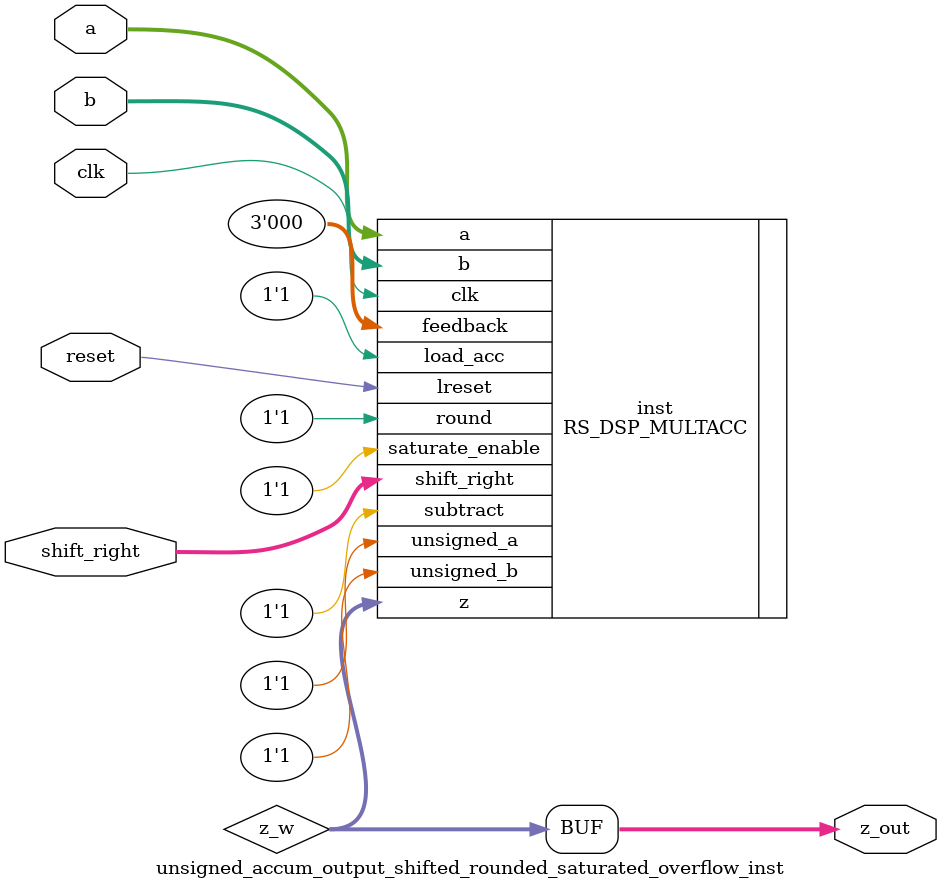
<source format=v>
module unsigned_accum_output_shifted_rounded_saturated_overflow_inst (
	input  wire [19:0] a,
    input  wire [17:0] b,
    input  wire [5:0] shift_right,
	input wire clk, reset,
    output wire [37:0] z_out
    );

    parameter [79:0] MODE_BITS = 80'd0;
    
    wire [37:0] z_w;
	wire reset;
	RS_DSP_MULTACC #(
    .MODE_BITS(80'h00000000000000000000)) 
        inst(.a(a), .b(b), .z(z_w),. clk(clk), .lreset(reset),. load_acc(1'b1) ,. feedback(3'd0),
        .unsigned_a(1'b1), .unsigned_b(1'b1), . saturate_enable(1'b1),. shift_right(shift_right),. round(1'b1),.subtract(1'b1));
	
    assign z_out = z_w;

endmodule
</source>
